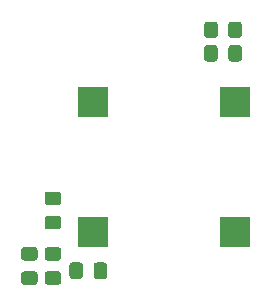
<source format=gbr>
%TF.GenerationSoftware,KiCad,Pcbnew,(5.1.6)-1*%
%TF.CreationDate,2020-09-02T15:00:01+09:00*%
%TF.ProjectId,attiny1614_accsupervisor,61747469-6e79-4313-9631-345f61636373,r01*%
%TF.SameCoordinates,Original*%
%TF.FileFunction,Paste,Top*%
%TF.FilePolarity,Positive*%
%FSLAX46Y46*%
G04 Gerber Fmt 4.6, Leading zero omitted, Abs format (unit mm)*
G04 Created by KiCad (PCBNEW (5.1.6)-1) date 2020-09-02 15:00:01*
%MOMM*%
%LPD*%
G01*
G04 APERTURE LIST*
%ADD10R,2.500000X2.500000*%
G04 APERTURE END LIST*
D10*
%TO.C,J1*%
X223000000Y-78000000D03*
X223000000Y-89000000D03*
X211000000Y-89000000D03*
X211000000Y-78000000D03*
%TD*%
%TO.C,C4*%
G36*
G01*
X223600000Y-71449999D02*
X223600000Y-72350001D01*
G75*
G02*
X223350001Y-72600000I-249999J0D01*
G01*
X222699999Y-72600000D01*
G75*
G02*
X222450000Y-72350001I0J249999D01*
G01*
X222450000Y-71449999D01*
G75*
G02*
X222699999Y-71200000I249999J0D01*
G01*
X223350001Y-71200000D01*
G75*
G02*
X223600000Y-71449999I0J-249999D01*
G01*
G37*
G36*
G01*
X221550000Y-71449999D02*
X221550000Y-72350001D01*
G75*
G02*
X221300001Y-72600000I-249999J0D01*
G01*
X220649999Y-72600000D01*
G75*
G02*
X220400000Y-72350001I0J249999D01*
G01*
X220400000Y-71449999D01*
G75*
G02*
X220649999Y-71200000I249999J0D01*
G01*
X221300001Y-71200000D01*
G75*
G02*
X221550000Y-71449999I0J-249999D01*
G01*
G37*
%TD*%
%TO.C,C5*%
G36*
G01*
X205149999Y-92350000D02*
X206050001Y-92350000D01*
G75*
G02*
X206300000Y-92599999I0J-249999D01*
G01*
X206300000Y-93250001D01*
G75*
G02*
X206050001Y-93500000I-249999J0D01*
G01*
X205149999Y-93500000D01*
G75*
G02*
X204900000Y-93250001I0J249999D01*
G01*
X204900000Y-92599999D01*
G75*
G02*
X205149999Y-92350000I249999J0D01*
G01*
G37*
G36*
G01*
X205149999Y-90300000D02*
X206050001Y-90300000D01*
G75*
G02*
X206300000Y-90549999I0J-249999D01*
G01*
X206300000Y-91200001D01*
G75*
G02*
X206050001Y-91450000I-249999J0D01*
G01*
X205149999Y-91450000D01*
G75*
G02*
X204900000Y-91200001I0J249999D01*
G01*
X204900000Y-90549999D01*
G75*
G02*
X205149999Y-90300000I249999J0D01*
G01*
G37*
%TD*%
%TO.C,C6*%
G36*
G01*
X207149999Y-90300000D02*
X208050001Y-90300000D01*
G75*
G02*
X208300000Y-90549999I0J-249999D01*
G01*
X208300000Y-91200001D01*
G75*
G02*
X208050001Y-91450000I-249999J0D01*
G01*
X207149999Y-91450000D01*
G75*
G02*
X206900000Y-91200001I0J249999D01*
G01*
X206900000Y-90549999D01*
G75*
G02*
X207149999Y-90300000I249999J0D01*
G01*
G37*
G36*
G01*
X207149999Y-92350000D02*
X208050001Y-92350000D01*
G75*
G02*
X208300000Y-92599999I0J-249999D01*
G01*
X208300000Y-93250001D01*
G75*
G02*
X208050001Y-93500000I-249999J0D01*
G01*
X207149999Y-93500000D01*
G75*
G02*
X206900000Y-93250001I0J249999D01*
G01*
X206900000Y-92599999D01*
G75*
G02*
X207149999Y-92350000I249999J0D01*
G01*
G37*
%TD*%
%TO.C,C7*%
G36*
G01*
X211050000Y-92750001D02*
X211050000Y-91849999D01*
G75*
G02*
X211299999Y-91600000I249999J0D01*
G01*
X211950001Y-91600000D01*
G75*
G02*
X212200000Y-91849999I0J-249999D01*
G01*
X212200000Y-92750001D01*
G75*
G02*
X211950001Y-93000000I-249999J0D01*
G01*
X211299999Y-93000000D01*
G75*
G02*
X211050000Y-92750001I0J249999D01*
G01*
G37*
G36*
G01*
X209000000Y-92750001D02*
X209000000Y-91849999D01*
G75*
G02*
X209249999Y-91600000I249999J0D01*
G01*
X209900001Y-91600000D01*
G75*
G02*
X210150000Y-91849999I0J-249999D01*
G01*
X210150000Y-92750001D01*
G75*
G02*
X209900001Y-93000000I-249999J0D01*
G01*
X209249999Y-93000000D01*
G75*
G02*
X209000000Y-92750001I0J249999D01*
G01*
G37*
%TD*%
%TO.C,C1*%
G36*
G01*
X223600000Y-73449999D02*
X223600000Y-74350001D01*
G75*
G02*
X223350001Y-74600000I-249999J0D01*
G01*
X222699999Y-74600000D01*
G75*
G02*
X222450000Y-74350001I0J249999D01*
G01*
X222450000Y-73449999D01*
G75*
G02*
X222699999Y-73200000I249999J0D01*
G01*
X223350001Y-73200000D01*
G75*
G02*
X223600000Y-73449999I0J-249999D01*
G01*
G37*
G36*
G01*
X221550000Y-73449999D02*
X221550000Y-74350001D01*
G75*
G02*
X221300001Y-74600000I-249999J0D01*
G01*
X220649999Y-74600000D01*
G75*
G02*
X220400000Y-74350001I0J249999D01*
G01*
X220400000Y-73449999D01*
G75*
G02*
X220649999Y-73200000I249999J0D01*
G01*
X221300001Y-73200000D01*
G75*
G02*
X221550000Y-73449999I0J-249999D01*
G01*
G37*
%TD*%
%TO.C,C2*%
G36*
G01*
X208050001Y-86750000D02*
X207149999Y-86750000D01*
G75*
G02*
X206900000Y-86500001I0J249999D01*
G01*
X206900000Y-85849999D01*
G75*
G02*
X207149999Y-85600000I249999J0D01*
G01*
X208050001Y-85600000D01*
G75*
G02*
X208300000Y-85849999I0J-249999D01*
G01*
X208300000Y-86500001D01*
G75*
G02*
X208050001Y-86750000I-249999J0D01*
G01*
G37*
G36*
G01*
X208050001Y-88800000D02*
X207149999Y-88800000D01*
G75*
G02*
X206900000Y-88550001I0J249999D01*
G01*
X206900000Y-87899999D01*
G75*
G02*
X207149999Y-87650000I249999J0D01*
G01*
X208050001Y-87650000D01*
G75*
G02*
X208300000Y-87899999I0J-249999D01*
G01*
X208300000Y-88550001D01*
G75*
G02*
X208050001Y-88800000I-249999J0D01*
G01*
G37*
%TD*%
M02*

</source>
